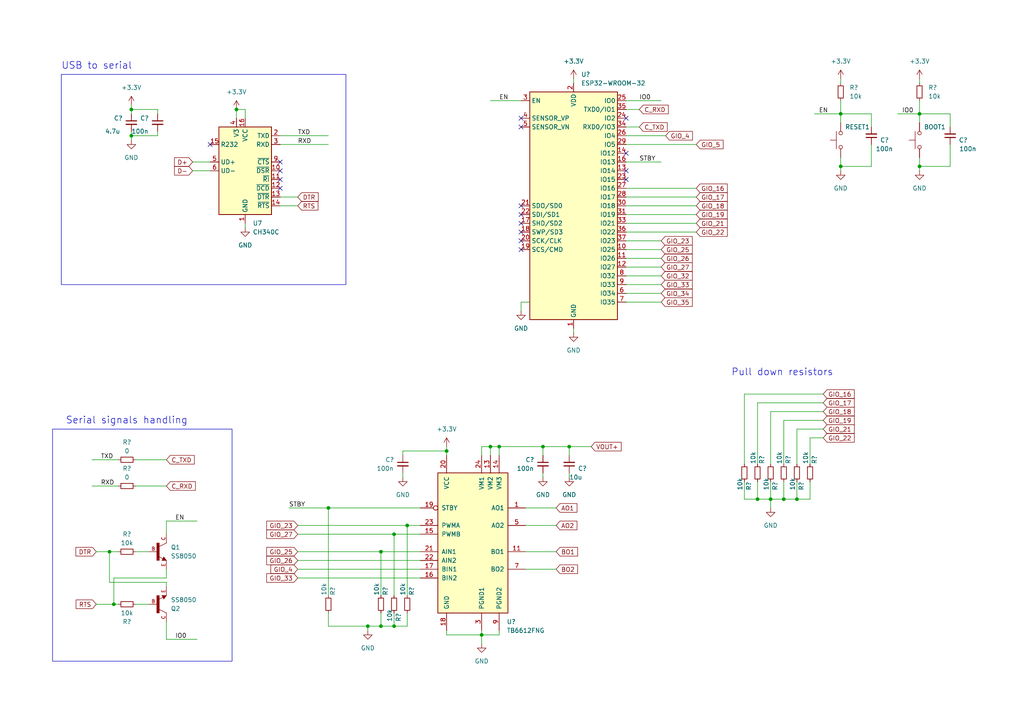
<source format=kicad_sch>
(kicad_sch (version 20230121) (generator eeschema)
  (paper "A4")
  (lib_symbols
    (symbol "Device:C_Small" (pin_numbers hide) (pin_names (offset 0.254) hide)
      (property "Reference" "C" (at 0.254 1.778 0))
      (property "Value" "C_Small" (at 0.254 -2.032 0))
      (symbol "C_Small_0_1"
        (polyline (pts (xy -1.524 -0.508) (xy 1.524 -0.508)) (stroke (width 0.3302)))
        (polyline (pts (xy -1.524 0.508) (xy 1.524 0.508)) (stroke (width 0.3048)))
      )
      (symbol "C_Small_1_1"
        (pin passive line (at 0 2.54 270) (length 2.032) (name "~") (number "1"))
        (pin passive line (at 0 -2.54 90) (length 2.032) (name "~") (number "2"))
      )
    )
    (symbol "Device:R_Small" (pin_numbers hide) (pin_names (offset 0.254) hide)
      (property "Reference" "R" (at 0.762 0.508 0))
      (property "Value" "R_Small" (at 0.762 -1.016 0))
      (symbol "R_Small_0_1"
        (rectangle (start -0.762 1.778) (end 0.762 -1.778) (stroke (width 0.2032)))
      )
      (symbol "R_Small_1_1"
        (pin passive line (at 0 2.54 270) (length 0.762) (name "~") (number "1"))
        (pin passive line (at 0 -2.54 90) (length 0.762) (name "~") (number "2"))
      )
    )
    (symbol "Driver_Motor:TB6612FNG" (pin_names (offset 1.016))
      (property "Reference" "U" (at 11.43 17.78 0))
      (property "Value" "TB6612FNG" (at 11.43 15.24 0))
      (symbol "TB6612FNG_0_1"
        (rectangle (start -10.16 20.32) (end 10.16 -20.32) (stroke (width 0.254)) (fill (type background)))
      )
      (symbol "TB6612FNG_1_1"
        (pin output line (at 15.24 10.16 180) (length 5.08) (name "AO1") (number "1"))
        (pin passive line (at 7.62 -25.4 90) (length 5.08) hide (name "PGND2") (number "10"))
        (pin output line (at 15.24 -2.54 180) (length 5.08) (name "BO1") (number "11"))
        (pin passive line (at 15.24 -2.54 180) (length 5.08) hide (name "BO1") (number "12"))
        (pin power_in line (at 5.08 25.4 270) (length 5.08) (name "VM2") (number "13"))
        (pin power_in line (at 7.62 25.4 270) (length 5.08) (name "VM3") (number "14"))
        (pin input line (at -15.24 2.54 0) (length 5.08) (name "PWMB") (number "15"))
        (pin input line (at -15.24 -10.16 0) (length 5.08) (name "BIN2") (number "16"))
        (pin input line (at -15.24 -7.62 0) (length 5.08) (name "BIN1") (number "17"))
        (pin power_in line (at -7.62 -25.4 90) (length 5.08) (name "GND") (number "18"))
        (pin input inverted (at -15.24 10.16 0) (length 5.08) (name "STBY") (number "19"))
        (pin passive line (at 15.24 10.16 180) (length 5.08) hide (name "AO1") (number "2"))
        (pin power_in line (at -7.62 25.4 270) (length 5.08) (name "VCC") (number "20"))
        (pin input line (at -15.24 -2.54 0) (length 5.08) (name "AIN1") (number "21"))
        (pin input line (at -15.24 -5.08 0) (length 5.08) (name "AIN2") (number "22"))
        (pin input line (at -15.24 5.08 0) (length 5.08) (name "PWMA") (number "23"))
        (pin power_in line (at 2.54 25.4 270) (length 5.08) (name "VM1") (number "24"))
        (pin power_in line (at 2.54 -25.4 90) (length 5.08) (name "PGND1") (number "3"))
        (pin passive line (at 2.54 -25.4 90) (length 5.08) hide (name "PGND1") (number "4"))
        (pin output line (at 15.24 5.08 180) (length 5.08) (name "AO2") (number "5"))
        (pin passive line (at 15.24 5.08 180) (length 5.08) hide (name "AO2") (number "6"))
        (pin output line (at 15.24 -7.62 180) (length 5.08) (name "BO2") (number "7"))
        (pin passive line (at 15.24 -7.62 180) (length 5.08) hide (name "BO2") (number "8"))
        (pin power_in line (at 7.62 -25.4 90) (length 5.08) (name "PGND2") (number "9"))
      )
    )
    (symbol "GND_1" (power) (pin_numbers hide) (pin_names (offset 0) hide)
      (property "Value" "GND_1" (at 0 -3.81 0))
      (symbol "GND_1_0_1"
        (polyline (pts (xy 0 0) (xy 0 -1.27) (xy 1.27 -1.27) (xy 0 -2.54) (xy -1.27 -1.27) (xy 0 -1.27)))
      )
      (symbol "GND_1_1_1"
        (pin power_in line (at 0 0 270) (length 0) hide (name "GND") (number "1"))
      )
    )
    (symbol "Interface_USB:CH340C"
      (property "Reference" "U" (at -5.08 13.97 0))
      (property "Value" "CH340C" (at 1.27 13.97 0))
      (symbol "CH340C_0_1"
        (rectangle (start -7.62 12.7) (end 7.62 -12.7) (stroke (width 0.254)) (fill (type background)))
      )
      (symbol "CH340C_1_1"
        (pin power_in line (at 0 -15.24 90) (length 2.54) (name "GND") (number "1"))
        (pin input line (at 10.16 0 180) (length 2.54) (name "~{DSR}") (number "10"))
        (pin input line (at 10.16 -2.54 180) (length 2.54) (name "~{RI}") (number "11"))
        (pin input line (at 10.16 -5.08 180) (length 2.54) (name "~{DCD}") (number "12"))
        (pin output line (at 10.16 -7.62 180) (length 2.54) (name "~{DTR}") (number "13"))
        (pin output line (at 10.16 -10.16 180) (length 2.54) (name "~{RTS}") (number "14"))
        (pin input line (at -10.16 7.62 0) (length 2.54) (name "R232") (number "15"))
        (pin power_in line (at 0 15.24 270) (length 2.54) (name "VCC") (number "16"))
        (pin output line (at 10.16 10.16 180) (length 2.54) (name "TXD") (number "2"))
        (pin input line (at 10.16 7.62 180) (length 2.54) (name "RXD") (number "3"))
        (pin passive line (at -2.54 15.24 270) (length 2.54) (name "V3") (number "4"))
        (pin bidirectional line (at -10.16 2.54 0) (length 2.54) (name "UD+") (number "5"))
        (pin bidirectional line (at -10.16 0 0) (length 2.54) (name "UD-") (number "6"))
        (pin no_connect line (at -7.62 -7.62 0) (length 2.54) hide (name "NC") (number "7"))
        (pin no_connect line (at -7.62 -10.16 0) (length 2.54) hide (name "NC") (number "8"))
        (pin input line (at 10.16 2.54 180) (length 2.54) (name "~{CTS}") (number "9"))
      )
    )
    (symbol "RF_Module:ESP32-WROOM-32"
      (property "Reference" "U" (at -12.7 34.29 0))
      (property "Value" "ESP32-WROOM-32" (at 1.27 34.29 0))
      (symbol "ESP32-WROOM-32_0_1"
        (rectangle (start -12.7 33.02) (end 12.7 -33.02) (stroke (width 0.254)) (fill (type background)))
      )
      (symbol "ESP32-WROOM-32_1_1"
        (pin power_in line (at 0 -35.56 90) (length 2.54) (name "GND") (number "1"))
        (pin bidirectional line (at 15.24 -12.7 180) (length 2.54) (name "IO25") (number "10"))
        (pin bidirectional line (at 15.24 -15.24 180) (length 2.54) (name "IO26") (number "11"))
        (pin bidirectional line (at 15.24 -17.78 180) (length 2.54) (name "IO27") (number "12"))
        (pin bidirectional line (at 15.24 10.16 180) (length 2.54) (name "IO14") (number "13"))
        (pin bidirectional line (at 15.24 15.24 180) (length 2.54) (name "IO12") (number "14"))
        (pin passive line (at 0 -35.56 90) (length 2.54) hide (name "GND") (number "15"))
        (pin bidirectional line (at 15.24 12.7 180) (length 2.54) (name "IO13") (number "16"))
        (pin bidirectional line (at -15.24 -5.08 0) (length 2.54) (name "SHD/SD2") (number "17"))
        (pin bidirectional line (at -15.24 -7.62 0) (length 2.54) (name "SWP/SD3") (number "18"))
        (pin bidirectional line (at -15.24 -12.7 0) (length 2.54) (name "SCS/CMD") (number "19"))
        (pin power_in line (at 0 35.56 270) (length 2.54) (name "VDD") (number "2"))
        (pin bidirectional line (at -15.24 -10.16 0) (length 2.54) (name "SCK/CLK") (number "20"))
        (pin bidirectional line (at -15.24 0 0) (length 2.54) (name "SDO/SD0") (number "21"))
        (pin bidirectional line (at -15.24 -2.54 0) (length 2.54) (name "SDI/SD1") (number "22"))
        (pin bidirectional line (at 15.24 7.62 180) (length 2.54) (name "IO15") (number "23"))
        (pin bidirectional line (at 15.24 25.4 180) (length 2.54) (name "IO2") (number "24"))
        (pin bidirectional line (at 15.24 30.48 180) (length 2.54) (name "IO0") (number "25"))
        (pin bidirectional line (at 15.24 20.32 180) (length 2.54) (name "IO4") (number "26"))
        (pin bidirectional line (at 15.24 5.08 180) (length 2.54) (name "IO16") (number "27"))
        (pin bidirectional line (at 15.24 2.54 180) (length 2.54) (name "IO17") (number "28"))
        (pin bidirectional line (at 15.24 17.78 180) (length 2.54) (name "IO5") (number "29"))
        (pin input line (at -15.24 30.48 0) (length 2.54) (name "EN") (number "3"))
        (pin bidirectional line (at 15.24 0 180) (length 2.54) (name "IO18") (number "30"))
        (pin bidirectional line (at 15.24 -2.54 180) (length 2.54) (name "IO19") (number "31"))
        (pin no_connect line (at -12.7 -27.94 0) (length 2.54) hide (name "NC") (number "32"))
        (pin bidirectional line (at 15.24 -5.08 180) (length 2.54) (name "IO21") (number "33"))
        (pin bidirectional line (at 15.24 22.86 180) (length 2.54) (name "RXD0/IO3") (number "34"))
        (pin bidirectional line (at 15.24 27.94 180) (length 2.54) (name "TXD0/IO1") (number "35"))
        (pin bidirectional line (at 15.24 -7.62 180) (length 2.54) (name "IO22") (number "36"))
        (pin bidirectional line (at 15.24 -10.16 180) (length 2.54) (name "IO23") (number "37"))
        (pin passive line (at 0 -35.56 90) (length 2.54) hide (name "GND") (number "38"))
        (pin passive line (at 0 -35.56 90) (length 2.54) hide (name "GND") (number "39"))
        (pin input line (at -15.24 25.4 0) (length 2.54) (name "SENSOR_VP") (number "4"))
        (pin input line (at -15.24 22.86 0) (length 2.54) (name "SENSOR_VN") (number "5"))
        (pin input line (at 15.24 -25.4 180) (length 2.54) (name "IO34") (number "6"))
        (pin input line (at 15.24 -27.94 180) (length 2.54) (name "IO35") (number "7"))
        (pin bidirectional line (at 15.24 -20.32 180) (length 2.54) (name "IO32") (number "8"))
        (pin bidirectional line (at 15.24 -22.86 180) (length 2.54) (name "IO33") (number "9"))
      )
    )
    (symbol "SS8050:SS8050" (pin_names (offset 1.016))
      (property "Reference" "Q" (at -10.16 7.62 0))
      (property "Value" "SS8050" (at -10.16 5.08 0))
      (symbol "SS8050_0_0"
        (rectangle (start -0.254 -2.54) (end 0.508 2.54) (stroke (width 0.1)) (fill (type outline)))
        (polyline (pts (xy 1.27 -2.54) (xy 1.778 -1.524)) (stroke (width 0.1524)))
        (polyline (pts (xy 1.524 -2.413) (xy 2.286 -2.413)) (stroke (width 0.254)))
        (polyline (pts (xy 1.524 -2.286) (xy 1.905 -2.286)) (stroke (width 0.254)))
        (polyline (pts (xy 1.54 -2.04) (xy 0.308 -1.424)) (stroke (width 0.1524)))
        (polyline (pts (xy 1.778 -1.778) (xy 1.524 -2.286)) (stroke (width 0.254)))
        (polyline (pts (xy 1.778 -1.524) (xy 2.54 -2.54)) (stroke (width 0.1524)))
        (polyline (pts (xy 1.905 -2.286) (xy 1.778 -2.032)) (stroke (width 0.254)))
        (polyline (pts (xy 2.286 -2.413) (xy 1.778 -1.778)) (stroke (width 0.254)))
        (polyline (pts (xy 2.54 -2.54) (xy 1.27 -2.54)) (stroke (width 0.1524)))
        (polyline (pts (xy 2.54 2.54) (xy 0.508 1.524)) (stroke (width 0.1524)))
        (pin passive line (at -2.54 0 0) (length 2.54) (name "~") (number "B"))
        (pin passive line (at 2.54 5.08 270) (length 2.54) (name "~") (number "C"))
        (pin passive line (at 2.54 -5.08 90) (length 2.54) (name "~") (number "E"))
      )
    )
    (symbol "Switch:SW_Push" (pin_numbers hide) (pin_names (offset 1.016) hide)
      (property "Reference" "SW" (at 1.27 2.54 0))
      (property "Value" "SW_Push" (at 0 -1.524 0))
      (symbol "SW_Push_0_1"
        (circle (center -2.032 0) (radius 0.508))
        (polyline (pts (xy 0 1.27) (xy 0 3.048)))
        (polyline (pts (xy 2.54 1.27) (xy -2.54 1.27)))
        (circle (center 2.032 0) (radius 0.508))
        (pin passive line (at -5.08 0 0) (length 2.54) (name "1") (number "1"))
        (pin passive line (at 5.08 0 180) (length 2.54) (name "2") (number "2"))
      )
    )
    (symbol "power:+3.3V" (power) (pin_numbers hide) (pin_names (offset 0) hide)
      (property "Value" "+3.3V" (at 0 3.556 0))
      (symbol "+3.3V_0_1"
        (polyline (pts (xy -0.762 1.27) (xy 0 2.54)))
        (polyline (pts (xy 0 0) (xy 0 2.54)))
        (polyline (pts (xy 0 2.54) (xy 0.762 1.27)))
      )
      (symbol "+3.3V_1_1"
        (pin power_in line (at 0 0 90) (length 0) hide (name "+3.3V") (number "1"))
      )
    )
  )
  (junction (at 144.78 129.54))
  (junction (at 118.11 152.4))
  (junction (at 38.1 31.75))
  (junction (at 266.7 48.26))
  (junction (at 231.14 144.78))
  (junction (at 243.84 48.26))
  (junction (at 266.7 33.02))
  (junction (at 157.48 129.54))
  (junction (at 227.33 144.78))
  (junction (at 110.49 160.02))
  (junction (at 31.75 160.02))
  (junction (at 68.58 31.75))
  (junction (at 223.52 144.78))
  (junction (at 106.68 181.61))
  (junction (at 95.25 147.32))
  (junction (at 165.1 129.54))
  (junction (at 142.24 129.54))
  (junction (at 38.1 39.37))
  (junction (at 243.84 33.02))
  (junction (at 110.49 181.61))
  (junction (at 129.54 130.81))
  (junction (at 114.3 154.94))
  (junction (at 219.71 144.78))
  (junction (at 139.7 184.15))
  (junction (at 33.02 175.26))
  (junction (at 114.3 181.61))
  (no_connect (at 181.61 34.29))
  (no_connect (at 81.28 46.99))
  (no_connect (at 151.13 36.83))
  (no_connect (at 181.61 49.53))
  (no_connect (at 181.61 52.07))
  (no_connect (at 181.61 44.45))
  (no_connect (at 151.13 69.85))
  (no_connect (at 151.13 62.23))
  (no_connect (at 81.28 49.53))
  (no_connect (at 151.13 67.31))
  (no_connect (at 151.13 34.29))
  (no_connect (at 151.13 59.69))
  (no_connect (at 151.13 64.77))
  (no_connect (at 81.28 54.61))
  (no_connect (at 60.96 41.91))
  (no_connect (at 81.28 52.07))
  (no_connect (at 151.13 72.39))
  (wire (pts (xy 118.11 152.4) (xy 118.11 172.72)))
  (wire (pts (xy 55.88 46.99) (xy 60.96 46.99)))
  (wire (pts (xy 86.36 165.1) (xy 121.92 165.1)))
  (wire (pts (xy 139.7 129.54) (xy 142.24 129.54)))
  (wire (pts (xy 48.26 185.42) (xy 57.15 185.42)))
  (wire (pts (xy 165.1 137.16) (xy 165.1 138.43)))
  (wire (pts (xy 71.12 34.29) (xy 71.12 31.75)))
  (wire (pts (xy 110.49 160.02) (xy 121.92 160.02)))
  (wire (pts (xy 38.1 39.37) (xy 38.1 40.64)))
  (wire (pts (xy 234.95 127) (xy 234.95 134.62)))
  (wire (pts (xy 252.73 41.91) (xy 252.73 48.26)))
  (wire (pts (xy 27.94 160.02) (xy 31.75 160.02)))
  (wire (pts (xy 116.84 138.43) (xy 116.84 137.16)))
  (wire (pts (xy 33.02 167.64) (xy 33.02 175.26)))
  (wire (pts (xy 181.61 74.93) (xy 191.77 74.93)))
  (wire (pts (xy 45.72 38.1) (xy 45.72 39.37)))
  (wire (pts (xy 181.61 72.39) (xy 191.77 72.39)))
  (wire (pts (xy 81.28 41.91) (xy 95.25 41.91)))
  (wire (pts (xy 157.48 129.54) (xy 157.48 132.08)))
  (wire (pts (xy 45.72 39.37) (xy 38.1 39.37)))
  (wire (pts (xy 86.36 160.02) (xy 110.49 160.02)))
  (wire (pts (xy 38.1 38.1) (xy 38.1 39.37)))
  (wire (pts (xy 201.93 64.77) (xy 181.61 64.77)))
  (wire (pts (xy 161.29 165.1) (xy 152.4 165.1)))
  (wire (pts (xy 144.78 129.54) (xy 144.78 132.08)))
  (wire (pts (xy 243.84 29.21) (xy 243.84 33.02)))
  (wire (pts (xy 142.24 129.54) (xy 144.78 129.54)))
  (wire (pts (xy 48.26 170.18) (xy 48.26 168.91)))
  (wire (pts (xy 252.73 36.83) (xy 252.73 33.02)))
  (wire (pts (xy 157.48 138.43) (xy 157.48 137.16)))
  (wire (pts (xy 231.14 124.46) (xy 238.76 124.46)))
  (wire (pts (xy 275.59 33.02) (xy 266.7 33.02)))
  (wire (pts (xy 266.7 29.21) (xy 266.7 33.02)))
  (wire (pts (xy 142.24 129.54) (xy 142.24 132.08)))
  (wire (pts (xy 201.93 59.69) (xy 181.61 59.69)))
  (wire (pts (xy 266.7 22.86) (xy 266.7 24.13)))
  (wire (pts (xy 118.11 177.8) (xy 118.11 181.61)))
  (wire (pts (xy 165.1 129.54) (xy 171.45 129.54)))
  (wire (pts (xy 151.13 87.63) (xy 151.13 90.17)))
  (wire (pts (xy 39.37 175.26) (xy 43.18 175.26)))
  (wire (pts (xy 243.84 45.72) (xy 243.84 48.26)))
  (wire (pts (xy 139.7 132.08) (xy 139.7 129.54)))
  (wire (pts (xy 181.61 87.63) (xy 191.77 87.63)))
  (wire (pts (xy 227.33 139.7) (xy 227.33 144.78)))
  (wire (pts (xy 234.95 139.7) (xy 234.95 144.78)))
  (wire (pts (xy 260.35 33.02) (xy 266.7 33.02)))
  (wire (pts (xy 181.61 39.37) (xy 193.04 39.37)))
  (wire (pts (xy 243.84 33.02) (xy 252.73 33.02)))
  (wire (pts (xy 81.28 57.15) (xy 86.36 57.15)))
  (wire (pts (xy 129.54 182.88) (xy 129.54 184.15)))
  (wire (pts (xy 266.7 33.02) (xy 266.7 35.56)))
  (wire (pts (xy 223.52 139.7) (xy 223.52 144.78)))
  (wire (pts (xy 231.14 134.62) (xy 231.14 124.46)))
  (wire (pts (xy 219.71 144.78) (xy 215.9 144.78)))
  (wire (pts (xy 231.14 144.78) (xy 234.95 144.78)))
  (wire (pts (xy 48.26 165.1) (xy 48.26 167.64)))
  (wire (pts (xy 110.49 160.02) (xy 110.49 172.72)))
  (wire (pts (xy 165.1 129.54) (xy 165.1 132.08)))
  (wire (pts (xy 181.61 29.21) (xy 191.77 29.21)))
  (wire (pts (xy 31.75 168.91) (xy 31.75 160.02)))
  (wire (pts (xy 181.61 46.99) (xy 191.77 46.99)))
  (wire (pts (xy 181.61 69.85) (xy 191.77 69.85)))
  (wire (pts (xy 116.84 132.08) (xy 116.84 130.81)))
  (wire (pts (xy 68.58 31.75) (xy 71.12 31.75)))
  (wire (pts (xy 181.61 41.91) (xy 201.93 41.91)))
  (wire (pts (xy 231.14 139.7) (xy 231.14 144.78)))
  (wire (pts (xy 48.26 151.13) (xy 57.15 151.13)))
  (wire (pts (xy 114.3 154.94) (xy 121.92 154.94)))
  (wire (pts (xy 161.29 160.02) (xy 152.4 160.02)))
  (wire (pts (xy 48.26 167.64) (xy 33.02 167.64)))
  (wire (pts (xy 26.67 133.35) (xy 34.29 133.35)))
  (wire (pts (xy 223.52 147.32) (xy 223.52 144.78)))
  (wire (pts (xy 129.54 129.54) (xy 129.54 130.81)))
  (wire (pts (xy 166.37 96.52) (xy 166.37 95.25)))
  (wire (pts (xy 38.1 31.75) (xy 45.72 31.75)))
  (wire (pts (xy 114.3 181.61) (xy 110.49 181.61)))
  (wire (pts (xy 26.67 140.97) (xy 34.29 140.97)))
  (wire (pts (xy 114.3 177.8) (xy 114.3 181.61)))
  (wire (pts (xy 116.84 130.81) (xy 129.54 130.81)))
  (wire (pts (xy 181.61 80.01) (xy 191.77 80.01)))
  (wire (pts (xy 243.84 33.02) (xy 243.84 35.56)))
  (wire (pts (xy 215.9 139.7) (xy 215.9 144.78)))
  (wire (pts (xy 243.84 48.26) (xy 243.84 49.53)))
  (wire (pts (xy 114.3 154.94) (xy 114.3 172.72)))
  (wire (pts (xy 236.22 33.02) (xy 243.84 33.02)))
  (wire (pts (xy 144.78 129.54) (xy 157.48 129.54)))
  (wire (pts (xy 201.93 57.15) (xy 181.61 57.15)))
  (wire (pts (xy 266.7 48.26) (xy 266.7 49.53)))
  (wire (pts (xy 215.9 114.3) (xy 238.76 114.3)))
  (wire (pts (xy 48.26 180.34) (xy 48.26 185.42)))
  (wire (pts (xy 223.52 119.38) (xy 238.76 119.38)))
  (wire (pts (xy 181.61 77.47) (xy 191.77 77.47)))
  (wire (pts (xy 83.82 147.32) (xy 95.25 147.32)))
  (wire (pts (xy 144.78 182.88) (xy 144.78 184.15)))
  (wire (pts (xy 33.02 175.26) (xy 34.29 175.26)))
  (wire (pts (xy 275.59 41.91) (xy 275.59 48.26)))
  (wire (pts (xy 201.93 67.31) (xy 181.61 67.31)))
  (wire (pts (xy 129.54 130.81) (xy 129.54 132.08)))
  (wire (pts (xy 95.25 147.32) (xy 121.92 147.32)))
  (wire (pts (xy 139.7 184.15) (xy 139.7 186.69)))
  (wire (pts (xy 48.26 140.97) (xy 39.37 140.97)))
  (wire (pts (xy 95.25 147.32) (xy 95.25 172.72)))
  (wire (pts (xy 86.36 167.64) (xy 121.92 167.64)))
  (wire (pts (xy 161.29 152.4) (xy 152.4 152.4)))
  (wire (pts (xy 161.29 147.32) (xy 152.4 147.32)))
  (wire (pts (xy 142.24 29.21) (xy 151.13 29.21)))
  (wire (pts (xy 139.7 182.88) (xy 139.7 184.15)))
  (wire (pts (xy 48.26 133.35) (xy 39.37 133.35)))
  (wire (pts (xy 71.12 66.04) (xy 71.12 64.77)))
  (wire (pts (xy 139.7 184.15) (xy 144.78 184.15)))
  (wire (pts (xy 48.26 168.91) (xy 31.75 168.91)))
  (wire (pts (xy 27.94 175.26) (xy 33.02 175.26)))
  (wire (pts (xy 275.59 36.83) (xy 275.59 33.02)))
  (wire (pts (xy 181.61 85.09) (xy 191.77 85.09)))
  (wire (pts (xy 106.68 182.88) (xy 106.68 181.61)))
  (wire (pts (xy 129.54 184.15) (xy 139.7 184.15)))
  (wire (pts (xy 201.93 62.23) (xy 181.61 62.23)))
  (wire (pts (xy 166.37 22.86) (xy 166.37 24.13)))
  (wire (pts (xy 238.76 116.84) (xy 219.71 116.84)))
  (wire (pts (xy 86.36 154.94) (xy 114.3 154.94)))
  (wire (pts (xy 223.52 134.62) (xy 223.52 119.38)))
  (wire (pts (xy 181.61 82.55) (xy 191.77 82.55)))
  (wire (pts (xy 95.25 181.61) (xy 106.68 181.61)))
  (wire (pts (xy 118.11 152.4) (xy 121.92 152.4)))
  (wire (pts (xy 39.37 160.02) (xy 43.18 160.02)))
  (wire (pts (xy 275.59 48.26) (xy 266.7 48.26)))
  (wire (pts (xy 215.9 134.62) (xy 215.9 114.3)))
  (wire (pts (xy 219.71 139.7) (xy 219.71 144.78)))
  (wire (pts (xy 110.49 181.61) (xy 106.68 181.61)))
  (wire (pts (xy 201.93 54.61) (xy 181.61 54.61)))
  (wire (pts (xy 238.76 127) (xy 234.95 127)))
  (wire (pts (xy 81.28 59.69) (xy 86.36 59.69)))
  (wire (pts (xy 110.49 177.8) (xy 110.49 181.61)))
  (wire (pts (xy 38.1 31.75) (xy 38.1 33.02)))
  (wire (pts (xy 31.75 160.02) (xy 34.29 160.02)))
  (wire (pts (xy 238.76 121.92) (xy 227.33 121.92)))
  (wire (pts (xy 266.7 45.72) (xy 266.7 48.26)))
  (wire (pts (xy 153.67 87.63) (xy 151.13 87.63)))
  (wire (pts (xy 48.26 154.94) (xy 48.26 151.13)))
  (wire (pts (xy 81.28 39.37) (xy 95.25 39.37)))
  (wire (pts (xy 45.72 33.02) (xy 45.72 31.75)))
  (wire (pts (xy 227.33 144.78) (xy 231.14 144.78)))
  (wire (pts (xy 223.52 144.78) (xy 227.33 144.78)))
  (wire (pts (xy 252.73 48.26) (xy 243.84 48.26)))
  (wire (pts (xy 157.48 129.54) (xy 165.1 129.54)))
  (wire (pts (xy 223.52 144.78) (xy 219.71 144.78)))
  (wire (pts (xy 219.71 116.84) (xy 219.71 134.62)))
  (wire (pts (xy 38.1 30.48) (xy 38.1 31.75)))
  (wire (pts (xy 86.36 162.56) (xy 121.92 162.56)))
  (wire (pts (xy 243.84 22.86) (xy 243.84 24.13)))
  (wire (pts (xy 55.88 49.53) (xy 60.96 49.53)))
  (wire (pts (xy 227.33 121.92) (xy 227.33 134.62)))
  (wire (pts (xy 118.11 181.61) (xy 114.3 181.61)))
  (wire (pts (xy 181.61 36.83) (xy 185.42 36.83)))
  (wire (pts (xy 95.25 181.61) (xy 95.25 177.8)))
  (wire (pts (xy 86.36 152.4) (xy 118.11 152.4)))
  (wire (pts (xy 68.58 31.75) (xy 68.58 34.29)))
  (wire (pts (xy 181.61 31.75) (xy 185.42 31.75)))
  (rectangle (start 17.78 21.59) (end 100.33 82.55))
  (rectangle (start 15.24 124.46) (end 67.31 191.77))
  (text "Serial signals handling\n" (at 19.05 123.19 0) (effects (font (size 2 2)) (justify left bottom)))
  (text "USB to serial\n" (at 17.78 20.32 0) (effects (font (size 2 2)) (justify left bottom)))
  (text "Pull down resistors\n" (at 212.09 109.22 0) (effects (font (size 2 2)) (justify left bottom)))
  (label "IO0" (at 50.8 185.42 0))
  (label "IO0" (at 185.42 29.21 0))
  (label "EN" (at 50.8 151.13 0))
  (label "TXD" (at 29.21 133.35 0))
  (label "EN" (at 144.78 29.21 0))
  (label "IO0" (at 261.62 33.02 0))
  (label "EN" (at 237.49 33.02 0))
  (label "RXD" (at 86.36 41.91 0))
  (label "RXD" (at 29.21 140.97 0))
  (label "STBY" (at 83.82 147.32 0))
  (label "TXD" (at 86.36 39.37 0))
  (label "STBY" (at 185.42 46.99 0))
  (global_label "C_RXD" (shape input) (at 185.42 31.75 0) (property "Intersheetrefs" "${INTERSHEET_REFS}" (effects hide)))
  (global_label "RTS" (shape input) (at 86.36 59.69 0) (property "Intersheetrefs" "${INTERSHEET_REFS}" (effects hide)))
  (global_label "GIO_22" (shape input) (at 238.76 127 0) (property "Intersheetrefs" "${INTERSHEET_REFS}" (effects hide)))
  (global_label "C_RXD" (shape input) (at 48.26 140.97 0) (property "Intersheetrefs" "${INTERSHEET_REFS}" (effects hide)))
  (global_label "GIO_23" (shape input) (at 191.77 69.85 0) (property "Intersheetrefs" "${INTERSHEET_REFS}" (effects hide)))
  (global_label "GIO_17" (shape input) (at 238.76 116.84 0) (property "Intersheetrefs" "${INTERSHEET_REFS}" (effects hide)))
  (global_label "GIO_22" (shape input) (at 201.93 67.31 0) (property "Intersheetrefs" "${INTERSHEET_REFS}" (effects hide)))
  (global_label "GIO_25" (shape input) (at 86.36 160.02 180) (property "Intersheetrefs" "${INTERSHEET_REFS}" (effects hide)))
  (global_label "BO2" (shape input) (at 161.29 165.1 0) (property "Intersheetrefs" "${INTERSHEET_REFS}" (effects hide)))
  (global_label "GIO_21" (shape input) (at 201.93 64.77 0) (property "Intersheetrefs" "${INTERSHEET_REFS}" (effects hide)))
  (global_label "RTS" (shape input) (at 27.94 175.26 180) (property "Intersheetrefs" "${INTERSHEET_REFS}" (effects hide)))
  (global_label "GIO_25" (shape input) (at 191.77 72.39 0) (property "Intersheetrefs" "${INTERSHEET_REFS}" (effects hide)))
  (global_label "GIO_33" (shape input) (at 191.77 82.55 0) (property "Intersheetrefs" "${INTERSHEET_REFS}" (effects hide)))
  (global_label "GIO_21" (shape input) (at 238.76 124.46 0) (property "Intersheetrefs" "${INTERSHEET_REFS}" (effects hide)))
  (global_label "GIO_27" (shape input) (at 86.36 154.94 180) (property "Intersheetrefs" "${INTERSHEET_REFS}" (effects hide)))
  (global_label "GIO_32" (shape input) (at 191.77 80.01 0) (property "Intersheetrefs" "${INTERSHEET_REFS}" (effects hide)))
  (global_label "AO2" (shape input) (at 161.29 152.4 0) (property "Intersheetrefs" "${INTERSHEET_REFS}" (effects hide)))
  (global_label "DTR" (shape input) (at 27.94 160.02 180) (property "Intersheetrefs" "${INTERSHEET_REFS}" (effects hide)))
  (global_label "GIO_19" (shape input) (at 238.76 121.92 0) (property "Intersheetrefs" "${INTERSHEET_REFS}" (effects hide)))
  (global_label "GIO_18" (shape input) (at 201.93 59.69 0) (property "Intersheetrefs" "${INTERSHEET_REFS}" (effects hide)))
  (global_label "GIO_26" (shape input) (at 86.36 162.56 180) (property "Intersheetrefs" "${INTERSHEET_REFS}" (effects hide)))
  (global_label "BO1" (shape input) (at 161.29 160.02 0) (property "Intersheetrefs" "${INTERSHEET_REFS}" (effects hide)))
  (global_label "GIO_4" (shape input) (at 193.04 39.37 0) (property "Intersheetrefs" "${INTERSHEET_REFS}" (effects hide)))
  (global_label "GIO_16" (shape input) (at 201.93 54.61 0) (property "Intersheetrefs" "${INTERSHEET_REFS}" (effects hide)))
  (global_label "GIO_27" (shape input) (at 191.77 77.47 0) (property "Intersheetrefs" "${INTERSHEET_REFS}" (effects hide)))
  (global_label "GIO_19" (shape input) (at 201.93 62.23 0) (property "Intersheetrefs" "${INTERSHEET_REFS}" (effects hide)))
  (global_label "AO1" (shape input) (at 161.29 147.32 0) (property "Intersheetrefs" "${INTERSHEET_REFS}" (effects hide)))
  (global_label "C_TXD" (shape input) (at 185.42 36.83 0) (property "Intersheetrefs" "${INTERSHEET_REFS}" (effects hide)))
  (global_label "GIO_17" (shape input) (at 201.93 57.15 0) (property "Intersheetrefs" "${INTERSHEET_REFS}" (effects hide)))
  (global_label "GIO_26" (shape input) (at 191.77 74.93 0) (property "Intersheetrefs" "${INTERSHEET_REFS}" (effects hide)))
  (global_label "GIO_18" (shape input) (at 238.76 119.38 0) (property "Intersheetrefs" "${INTERSHEET_REFS}" (effects hide)))
  (global_label "C_TXD" (shape input) (at 48.26 133.35 0) (property "Intersheetrefs" "${INTERSHEET_REFS}" (effects hide)))
  (global_label "D+" (shape input) (at 55.88 46.99 180) (property "Intersheetrefs" "${INTERSHEET_REFS}" (effects hide)))
  (global_label "DTR" (shape input) (at 86.36 57.15 0) (property "Intersheetrefs" "${INTERSHEET_REFS}" (effects hide)))
  (global_label "D-" (shape input) (at 55.88 49.53 180) (property "Intersheetrefs" "${INTERSHEET_REFS}" (effects hide)))
  (global_label "GIO_23" (shape input) (at 86.36 152.4 180) (property "Intersheetrefs" "${INTERSHEET_REFS}" (effects hide)))
  (global_label "GIO_35" (shape input) (at 191.77 87.63 0) (property "Intersheetrefs" "${INTERSHEET_REFS}" (effects hide)))
  (global_label "GIO_33" (shape input) (at 86.36 167.64 180) (property "Intersheetrefs" "${INTERSHEET_REFS}" (effects hide)))
  (global_label "VOUT+" (shape input) (at 171.45 129.54 0) (property "Intersheetrefs" "${INTERSHEET_REFS}" (effects hide)))
  (global_label "GIO_16" (shape input) (at 238.76 114.3 0) (property "Intersheetrefs" "${INTERSHEET_REFS}" (effects hide)))
  (global_label "GIO_34" (shape input) (at 191.77 85.09 0) (property "Intersheetrefs" "${INTERSHEET_REFS}" (effects hide)))
  (global_label "GIO_4" (shape input) (at 86.36 165.1 180) (property "Intersheetrefs" "${INTERSHEET_REFS}" (effects hide)))
  (global_label "GIO_5" (shape input) (at 201.93 41.91 0) (property "Intersheetrefs" "${INTERSHEET_REFS}" (effects hide)))
  (symbol (lib_id "Device:R_Small") (at 219.71 137.16 0) (unit 1)
    (property "Reference" "R?" (at 220.98 134.62 90) (effects (justify left)))
    (property "Value" "10k" (at 218.44 134.62 90) (effects (justify left)))
    (property "Footprint" "Resistor_SMD:R_0603_1608Metric_Pad0.98x0.95mm_HandSolder" (effects hide))
    (instances (project "ESPCARproject" (path "" (reference "R?") (unit 1)) (path "" (reference "R25") (unit 1))))
  )
  (symbol (lib_name "GND_1") (lib_id "power:GND") (at 139.7 186.69 0) (unit 1)
    (property "Reference" "#PWR?" (effects hide))
    (property "Value" "GND" (at 139.7 191.77 0))
    (instances (project "ESPCARproject" (path "" (reference "#PWR?") (unit 1)) (path "" (reference "#PWR039") (unit 1))))
  )
  (symbol (lib_id "Device:R_Small") (at 36.83 133.35 90) (unit 1)
    (property "Reference" "R?" (at 36.83 128.27 90))
    (property "Value" "0" (at 36.83 130.81 90))
    (property "Footprint" "Resistor_SMD:R_0603_1608Metric_Pad0.98x0.95mm_HandSolder" (effects hide))
    (instances (project "ESPCARproject" (path "" (reference "R?") (unit 1)) (path "" (reference "R10") (unit 1))))
  )
  (symbol (lib_id "Device:R_Small") (at 243.84 26.67 0) (unit 1)
    (property "Reference" "R?" (at 246.38 25.4 0) (effects (justify left)))
    (property "Value" "10k" (at 246.38 27.94 0) (effects (justify left)))
    (property "Footprint" "Resistor_SMD:R_0603_1608Metric_Pad0.98x0.95mm_HandSolder" (effects hide))
    (instances (project "ESPCARproject" (path "" (reference "R?") (unit 1)) (path "" (reference "R30") (unit 1))))
  )
  (symbol (lib_id "power:+3.3V") (at 243.84 22.86 0) (mirror y) (unit 1)
    (property "Reference" "#PWR?" (effects hide))
    (property "Value" "+3.3V" (at 243.84 17.78 0))
    (instances (project "ESPCARproject" (path "" (reference "#PWR?") (unit 1)) (path "" (reference "#PWR046") (unit 1))))
  )
  (symbol (lib_id "Device:R_Small") (at 114.3 175.26 0) (unit 1)
    (property "Reference" "R?" (at 115.57 180.34 90) (effects (justify left)))
    (property "Value" "10k" (at 113.03 180.34 90) (effects (justify left)))
    (property "Footprint" "Resistor_SMD:R_0603_1608Metric_Pad0.98x0.95mm_HandSolder" (effects hide))
    (instances (project "ESPCARproject" (path "" (reference "R?") (unit 1)) (path "" (reference "R21") (unit 1))))
  )
  (symbol (lib_id "Device:R_Small") (at 266.7 26.67 0) (unit 1)
    (property "Reference" "R?" (at 269.24 25.4 0) (effects (justify left)))
    (property "Value" "10k" (at 269.24 27.94 0) (effects (justify left)))
    (property "Footprint" "Resistor_SMD:R_0603_1608Metric_Pad0.98x0.95mm_HandSolder" (effects hide))
    (instances (project "ESPCARproject" (path "" (reference "R?") (unit 1)) (path "" (reference "R31") (unit 1))))
  )
  (symbol (lib_id "power:+3.3V") (at 166.37 22.86 0) (mirror y) (unit 1)
    (property "Reference" "#PWR?" (effects hide))
    (property "Value" "+3.3V" (at 166.37 17.78 0))
    (instances (project "ESPCARproject" (path "" (reference "#PWR?") (unit 1)) (path "" (reference "#PWR043") (unit 1))))
  )
  (symbol (lib_id "Device:C_Small") (at 165.1 134.62 0) (mirror x) (unit 1)
    (property "Reference" "C?" (at 167.64 135.89 0) (effects (justify left)))
    (property "Value" "10u" (at 165.1 138.43 0) (effects (justify left)))
    (property "Footprint" "Capacitor_SMD:C_1206_3216Metric_Pad1.33x1.80mm_HandSolder" (effects hide))
    (instances (project "ESPCARproject" (path "" (reference "C?") (unit 1)) (path "" (reference "C11") (unit 1))))
  )
  (symbol (lib_name "GND_1") (lib_id "power:GND") (at 165.1 138.43 0) (unit 1)
    (property "Reference" "#PWR?" (effects hide))
    (property "Value" "GND" (at 165.1 143.51 0))
    (instances (project "ESPCARproject" (path "" (reference "#PWR?") (unit 1)) (path "" (reference "#PWR042") (unit 1))))
  )
  (symbol (lib_id "Device:C_Small") (at 116.84 134.62 0) (unit 1)
    (property "Reference" "C?" (at 111.76 133.35 0) (effects (justify left)))
    (property "Value" "100n" (at 109.22 135.89 0) (effects (justify left)))
    (property "Footprint" "Capacitor_SMD:C_0603_1608Metric_Pad1.08x0.95mm_HandSolder" (effects hide))
    (instances (project "ESPCARproject" (path "" (reference "C?") (unit 1)) (path "" (reference "C9") (unit 1))))
  )
  (symbol (lib_name "GND_1") (lib_id "power:GND") (at 116.84 138.43 0) (mirror y) (unit 1)
    (property "Reference" "#PWR?" (effects hide))
    (property "Value" "GND" (at 116.84 143.51 0))
    (instances (project "ESPCARproject" (path "" (reference "#PWR?") (unit 1)) (path "" (reference "#PWR037") (unit 1))))
  )
  (symbol (lib_name "GND_1") (lib_id "power:GND") (at 223.52 147.32 0) (unit 1)
    (property "Reference" "#PWR?" (effects hide))
    (property "Value" "GND" (at 223.52 152.4 0))
    (instances (project "ESPCARproject" (path "" (reference "#PWR?") (unit 1)) (path "" (reference "#PWR045") (unit 1))))
  )
  (symbol (lib_name "GND_1") (lib_id "power:GND") (at 166.37 96.52 0) (unit 1)
    (property "Reference" "#PWR?" (effects hide))
    (property "Value" "GND" (at 166.37 101.6 0))
    (instances (project "ESPCARproject" (path "" (reference "#PWR?") (unit 1)) (path "" (reference "#PWR044") (unit 1))))
  )
  (symbol (lib_id "Device:C_Small") (at 275.59 39.37 180) (unit 1)
    (property "Reference" "C?" (at 280.67 40.64 0) (effects (justify left)))
    (property "Value" "100n" (at 283.21 43.18 0) (effects (justify left)))
    (property "Footprint" "Capacitor_SMD:C_0603_1608Metric_Pad1.08x0.95mm_HandSolder" (effects hide))
    (instances (project "ESPCARproject" (path "" (reference "C?") (unit 1)) (path "" (reference "C13") (unit 1))))
  )
  (symbol (lib_id "power:+3.3V") (at 38.1 30.48 0) (mirror y) (unit 1)
    (property "Reference" "#PWR?" (effects hide))
    (property "Value" "+3.3V" (at 38.1 25.4 0))
    (instances (project "ESPCARproject" (path "" (reference "#PWR?") (unit 1)) (path "" (reference "#PWR028") (unit 1))))
  )
  (symbol (lib_id "power:+3.3V") (at 129.54 129.54 0) (mirror y) (unit 1)
    (property "Reference" "#PWR?" (effects hide))
    (property "Value" "+3.3V" (at 129.54 124.46 0))
    (instances (project "ESPCARproject" (path "" (reference "#PWR?") (unit 1)) (path "" (reference "#PWR038") (unit 1))))
  )
  (symbol (lib_name "GND_1") (lib_id "power:GND") (at 38.1 40.64 0) (mirror y) (unit 1)
    (property "Reference" "#PWR?" (effects hide))
    (property "Value" "GND" (at 38.1 45.72 0))
    (instances (project "ESPCARproject" (path "" (reference "#PWR?") (unit 1)) (path "" (reference "#PWR029") (unit 1))))
  )
  (symbol (lib_id "Device:C_Small") (at 252.73 39.37 0) (mirror x) (unit 1)
    (property "Reference" "C?" (at 255.27 40.64 0) (effects (justify left)))
    (property "Value" "100n" (at 254 43.18 0) (effects (justify left)))
    (property "Footprint" "Capacitor_SMD:C_0603_1608Metric_Pad1.08x0.95mm_HandSolder" (effects hide))
    (instances (project "ESPCARproject" (path "" (reference "C?") (unit 1)) (path "" (reference "C12") (unit 1))))
  )
  (symbol (lib_id "SS8050:SS8050") (at 45.72 175.26 0) (mirror x) (unit 1)
    (property "Reference" "Q2" (at 49.53 176.53 0) (effects (justify left)))
    (property "Value" "SS8050" (at 49.53 173.99 0) (effects (justify left)))
    (property "Footprint" "SS8050:SOT-23_BEC" (effects hide))
    (property "MF" "Microdiode Electronics" (effects hide))
    (property "Description" "\nBipolar (BJT) Transistor NPN 25V 1.5A 100MHz 625mW Surface Mount SOT-23\n" (effects hide))
    (property "Package" "TO-236-3 Microdiode Electronics" (effects hide))
    (property "Price" "None" (effects hide))
    (property "SnapEDA_Link" "https://www.snapeda.com/parts/SS8050/Applied+Avionics/view-part/?ref=snap" (effects hide))
    (property "MP" "SS8050" (effects hide))
    (property "Availability" "In Stock" (effects hide))
    (property "Check_prices" "https://www.snapeda.com/parts/SS8050/Applied+Avionics/view-part/?ref=eda" (effects hide))
  )
  (symbol (lib_id "power:+3.3V") (at 266.7 22.86 0) (mirror y) (unit 1)
    (property "Reference" "#PWR?" (effects hide))
    (property "Value" "+3.3V" (at 266.7 17.78 0))
    (instances (project "ESPCARproject" (path "" (reference "#PWR?") (unit 1)) (path "" (reference "#PWR048") (unit 1))))
  )
  (symbol (lib_name "GND_1") (lib_id "power:GND") (at 71.12 66.04 0) (mirror y) (unit 1)
    (property "Reference" "#PWR?" (effects hide))
    (property "Value" "GND" (at 71.12 71.12 0))
    (instances (project "ESPCARproject" (path "" (reference "#PWR?") (unit 1)) (path "" (reference "#PWR034") (unit 1))))
  )
  (symbol (lib_id "Switch:SW_Push") (at 243.84 40.64 90) (unit 1)
    (property "Reference" "RESET1" (at 245.11 36.83 90) (effects (justify right)))
    (property "Value" "SW_Push" (effects hide))
    (property "Footprint" "Button_Switch_SMD:SW_Push_SPST_NO_Alps_SKRK" (effects hide))
  )
  (symbol (lib_name "GND_1") (lib_id "power:GND") (at 106.68 182.88 0) (unit 1)
    (property "Reference" "#PWR?" (effects hide))
    (property "Value" "GND" (at 106.68 187.96 0))
    (instances (project "ESPCARproject" (path "" (reference "#PWR?") (unit 1)) (path "" (reference "#PWR036") (unit 1))))
  )
  (symbol (lib_id "Device:R_Small") (at 215.9 137.16 0) (unit 1)
    (property "Reference" "R?" (at 217.17 142.24 90) (effects (justify left)))
    (property "Value" "10k" (at 214.63 142.24 90) (effects (justify left)))
    (property "Footprint" "Resistor_SMD:R_0603_1608Metric_Pad0.98x0.95mm_HandSolder" (effects hide))
    (instances (project "ESPCARproject" (path "" (reference "R?") (unit 1)) (path "" (reference "R24") (unit 1))))
  )
  (symbol (lib_id "Device:R_Small") (at 234.95 137.16 0) (unit 1)
    (property "Reference" "R?" (at 236.22 134.62 90) (effects (justify left)))
    (property "Value" "10k" (at 233.68 134.62 90) (effects (justify left)))
    (property "Footprint" "Resistor_SMD:R_0603_1608Metric_Pad0.98x0.95mm_HandSolder" (effects hide))
    (instances (project "ESPCARproject" (path "" (reference "R?") (unit 1)) (path "" (reference "R29") (unit 1))))
  )
  (symbol (lib_id "Device:C_Small") (at 38.1 35.56 0) (unit 1)
    (property "Reference" "C?" (at 33.02 34.29 0) (effects (justify left)))
    (property "Value" "4.7u" (at 30.48 38.1 0) (effects (justify left)))
    (property "Footprint" "Capacitor_SMD:C_0603_1608Metric_Pad1.08x0.95mm_HandSolder" (effects hide))
    (instances (project "ESPCARproject" (path "" (reference "C?") (unit 1)) (path "" (reference "C7") (unit 1))))
  )
  (symbol (lib_id "Device:R_Small") (at 118.11 175.26 0) (unit 1)
    (property "Reference" "R?" (at 119.38 172.72 90) (effects (justify left)))
    (property "Value" "10k" (at 116.84 172.72 90) (effects (justify left)))
    (property "Footprint" "Resistor_SMD:R_0603_1608Metric_Pad0.98x0.95mm_HandSolder" (effects hide))
    (instances (project "ESPCARproject" (path "" (reference "R?") (unit 1)) (path "" (reference "R22") (unit 1))))
  )
  (symbol (lib_id "Device:R_Small") (at 231.14 137.16 0) (unit 1)
    (property "Reference" "R?" (at 232.41 142.24 90) (effects (justify left)))
    (property "Value" "10k" (at 229.87 142.24 90) (effects (justify left)))
    (property "Footprint" "Resistor_SMD:R_0603_1608Metric_Pad0.98x0.95mm_HandSolder" (effects hide))
    (instances (project "ESPCARproject" (path "" (reference "R?") (unit 1)) (path "" (reference "R28") (unit 1))))
  )
  (symbol (lib_id "Device:R_Small") (at 36.83 140.97 90) (unit 1)
    (property "Reference" "R?" (at 36.83 135.89 90))
    (property "Value" "0" (at 36.83 138.43 90))
    (property "Footprint" "Resistor_SMD:R_0603_1608Metric_Pad0.98x0.95mm_HandSolder" (effects hide))
    (instances (project "ESPCARproject" (path "" (reference "R?") (unit 1)) (path "" (reference "R11") (unit 1))))
  )
  (symbol (lib_id "RF_Module:ESP32-WROOM-32") (at 166.37 59.69 0) (unit 1)
    (property "Reference" "U?" (at 168.5641 21.59 0) (effects (justify left)))
    (property "Value" "ESP32-WROOM-32" (at 168.5641 24.13 0) (effects (justify left)))
    (property "Footprint" "RF_Module:ESP32-WROOM-32" (effects hide))
    (property "Datasheet" "https://www.espressif.com/sites/default/files/documentation/esp32-wroom-32_datasheet_en.pdf" (effects hide))
    (instances (project "ESPCARproject" (path "" (reference "U?") (unit 1)) (path "" (reference "U3") (unit 1))))
  )
  (symbol (lib_id "Device:R_Small") (at 223.52 137.16 0) (unit 1)
    (property "Reference" "R?" (at 224.79 142.24 90) (effects (justify left)))
    (property "Value" "10k" (at 222.25 142.24 90) (effects (justify left)))
    (property "Footprint" "Resistor_SMD:R_0603_1608Metric_Pad0.98x0.95mm_HandSolder" (effects hide))
    (instances (project "ESPCARproject" (path "" (reference "R?") (unit 1)) (path "" (reference "R26") (unit 1))))
  )
  (symbol (lib_id "power:+3.3V") (at 68.58 31.75 0) (mirror y) (unit 1)
    (property "Reference" "#PWR?" (effects hide))
    (property "Value" "+3.3V" (at 68.58 26.67 0))
    (instances (project "ESPCARproject" (path "" (reference "#PWR?") (unit 1)) (path "" (reference "#PWR033") (unit 1))))
  )
  (symbol (lib_name "GND_1") (lib_id "power:GND") (at 243.84 49.53 0) (unit 1)
    (property "Reference" "#PWR?" (effects hide))
    (property "Value" "GND" (at 243.84 54.61 0))
    (instances (project "ESPCARproject" (path "" (reference "#PWR?") (unit 1)) (path "" (reference "#PWR047") (unit 1))))
  )
  (symbol (lib_id "Device:R_Small") (at 110.49 175.26 0) (unit 1)
    (property "Reference" "R?" (at 111.76 172.72 90) (effects (justify left)))
    (property "Value" "10k" (at 109.22 172.72 90) (effects (justify left)))
    (property "Footprint" "Resistor_SMD:R_0603_1608Metric_Pad0.98x0.95mm_HandSolder" (effects hide))
    (instances (project "ESPCARproject" (path "" (reference "R?") (unit 1)) (path "" (reference "R20") (unit 1))))
  )
  (symbol (lib_id "Device:C_Small") (at 157.48 134.62 0) (unit 1)
    (property "Reference" "C?" (at 152.4 133.35 0) (effects (justify left)))
    (property "Value" "100n" (at 149.86 135.89 0) (effects (justify left)))
    (property "Footprint" "Capacitor_SMD:C_0603_1608Metric_Pad1.08x0.95mm_HandSolder" (effects hide))
    (instances (project "ESPCARproject" (path "" (reference "C?") (unit 1)) (path "" (reference "C10") (unit 1))))
  )
  (symbol (lib_id "Device:R_Small") (at 36.83 160.02 90) (unit 1)
    (property "Reference" "R?" (at 36.83 154.94 90))
    (property "Value" "10k" (at 36.83 157.48 90))
    (property "Footprint" "Resistor_SMD:R_0603_1608Metric_Pad0.98x0.95mm_HandSolder" (effects hide))
    (instances (project "ESPCARproject" (path "" (reference "R?") (unit 1)) (path "" (reference "R12") (unit 1))))
  )
  (symbol (lib_id "Switch:SW_Push") (at 266.7 40.64 90) (unit 1)
    (property "Reference" "BOOT1" (at 267.97 36.83 90) (effects (justify right)))
    (property "Value" "SW_Push" (effects hide))
    (property "Footprint" "Button_Switch_SMD:SW_Push_SPST_NO_Alps_SKRK" (effects hide))
  )
  (symbol (lib_id "Device:C_Small") (at 45.72 35.56 0) (unit 1)
    (property "Reference" "C?" (at 40.64 34.29 0) (effects (justify left)))
    (property "Value" "100n" (at 38.1 38.1 0) (effects (justify left)))
    (property "Footprint" "Capacitor_SMD:C_0603_1608Metric_Pad1.08x0.95mm_HandSolder" (effects hide))
    (instances (project "ESPCARproject" (path "" (reference "C?") (unit 1)) (path "" (reference "C8") (unit 1))))
  )
  (symbol (lib_id "Device:R_Small") (at 95.25 175.26 0) (unit 1)
    (property "Reference" "R?" (at 96.52 172.72 90) (effects (justify left)))
    (property "Value" "10k" (at 93.98 172.72 90) (effects (justify left)))
    (property "Footprint" "Resistor_SMD:R_0603_1608Metric_Pad0.98x0.95mm_HandSolder" (effects hide))
    (instances (project "ESPCARproject" (path "" (reference "R?") (unit 1)) (path "" (reference "R16") (unit 1))))
  )
  (symbol (lib_name "GND_1") (lib_id "power:GND") (at 266.7 49.53 0) (unit 1)
    (property "Reference" "#PWR?" (effects hide))
    (property "Value" "GND" (at 266.7 54.61 0))
    (instances (project "ESPCARproject" (path "" (reference "#PWR?") (unit 1)) (path "" (reference "#PWR049") (unit 1))))
  )
  (symbol (lib_id "Driver_Motor:TB6612FNG") (at 137.16 157.48 0) (unit 1)
    (property "Reference" "U?" (at 146.9741 180.34 0) (effects (justify left)))
    (property "Value" "TB6612FNG" (at 146.9741 182.88 0) (effects (justify left)))
    (property "Footprint" "Package_SO:SSOP-24_5.3x8.2mm_P0.65mm" (effects hide))
    (property "Datasheet" "https://toshiba.semicon-storage.com/us/product/linear/motordriver/detail.TB6612FNG.html" (effects hide))
    (instances (project "ESPCARproject" (path "" (reference "U?") (unit 1)) (path "" (reference "U?") (unit 1)) (path "" (reference "U2") (unit 1))))
  )
  (symbol (lib_id "Device:R_Small") (at 36.83 175.26 90) (mirror x) (unit 1)
    (property "Reference" "R?" (at 36.83 180.34 90))
    (property "Value" "10k" (at 36.83 177.8 90))
    (property "Footprint" "Resistor_SMD:R_0603_1608Metric_Pad0.98x0.95mm_HandSolder" (effects hide))
    (instances (project "ESPCARproject" (path "" (reference "R?") (unit 1)) (path "" (reference "R13") (unit 1))))
  )
  (symbol (lib_id "Device:R_Small") (at 227.33 137.16 0) (unit 1)
    (property "Reference" "R?" (at 228.6 134.62 90) (effects (justify left)))
    (property "Value" "10k" (at 226.06 134.62 90) (effects (justify left)))
    (property "Footprint" "Resistor_SMD:R_0603_1608Metric_Pad0.98x0.95mm_HandSolder" (effects hide))
    (instances (project "ESPCARproject" (path "" (reference "R?") (unit 1)) (path "" (reference "R27") (unit 1))))
  )
  (symbol (lib_name "GND_1") (lib_id "power:GND") (at 151.13 90.17 0) (unit 1)
    (property "Reference" "#PWR?" (effects hide))
    (property "Value" "GND" (at 151.13 95.25 0))
    (instances (project "ESPCARproject" (path "" (reference "#PWR?") (unit 1)) (path "" (reference "#PWR040") (unit 1))))
  )
  (symbol (lib_name "GND_1") (lib_id "power:GND") (at 157.48 138.43 0) (unit 1)
    (property "Reference" "#PWR?" (effects hide))
    (property "Value" "GND" (at 157.48 143.51 0))
    (instances (project "ESPCARproject" (path "" (reference "#PWR?") (unit 1)) (path "" (reference "#PWR041") (unit 1))))
  )
  (symbol (lib_id "Interface_USB:CH340C") (at 71.12 49.53 0) (unit 1)
    (property "Reference" "U7" (at 73.3141 64.77 0) (effects (justify left)))
    (property "Value" "CH340C" (at 73.3141 67.31 0) (effects (justify left)))
    (property "Footprint" "Package_SO:SOIC-16_3.9x9.9mm_P1.27mm" (effects hide))
    (property "Datasheet" "https://datasheet.lcsc.com/szlcsc/Jiangsu-Qin-Heng-CH340C_C84681.pdf" (effects hide))
  )
  (symbol (lib_id "SS8050:SS8050") (at 45.72 160.02 0) (unit 1)
    (property "Reference" "Q1" (at 49.53 158.75 0) (effects (justify left)))
    (property "Value" "SS8050" (at 49.53 161.29 0) (effects (justify left)))
    (property "Footprint" "SS8050:SOT-23_BEC" (effects hide))
    (property "MF" "Microdiode Electronics" (effects hide))
    (property "Description" "\nBipolar (BJT) Transistor NPN 25V 1.5A 100MHz 625mW Surface Mount SOT-23\n" (effects hide))
    (property "Package" "TO-236-3 Microdiode Electronics" (effects hide))
    (property "Price" "None" (effects hide))
    (property "SnapEDA_Link" "https://www.snapeda.com/parts/SS8050/Applied+Avionics/view-part/?ref=snap" (effects hide))
    (property "MP" "SS8050" (effects hide))
    (property "Availability" "In Stock" (effects hide))
    (property "Check_prices" "https://www.snapeda.com/parts/SS8050/Applied+Avionics/view-part/?ref=eda" (effects hide))
  )
)
</source>
